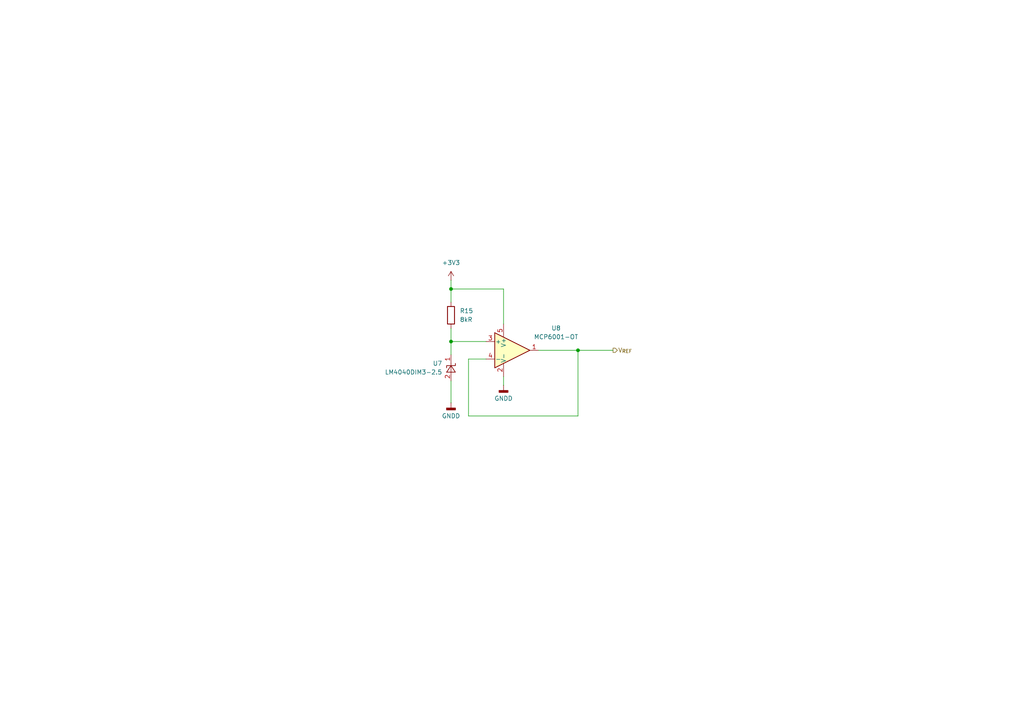
<source format=kicad_sch>
(kicad_sch
	(version 20250114)
	(generator "eeschema")
	(generator_version "9.0")
	(uuid "5d408790-206b-4ab7-9f27-191e61f74597")
	(paper "A4")
	(title_block
		(title "Voltage Reference for ADC")
		(date "2025-04-24")
		(rev "0.2.1")
		(company "Cezar-Octavian Bontaș")
	)
	(lib_symbols
		(symbol "Amplifier_Operational:MCP6001-OT"
			(pin_names
				(offset 0.127)
			)
			(exclude_from_sim no)
			(in_bom yes)
			(on_board yes)
			(property "Reference" "U"
				(at -1.27 6.35 0)
				(effects
					(font
						(size 1.27 1.27)
					)
					(justify left)
				)
			)
			(property "Value" "MCP6001-OT"
				(at -1.27 3.81 0)
				(effects
					(font
						(size 1.27 1.27)
					)
					(justify left)
				)
			)
			(property "Footprint" "Package_TO_SOT_SMD:SOT-23-5"
				(at -2.54 -5.08 0)
				(effects
					(font
						(size 1.27 1.27)
					)
					(justify left)
					(hide yes)
				)
			)
			(property "Datasheet" "https://ww1.microchip.com/downloads/en/DeviceDoc/MCP6001-1R-1U-2-4-1-MHz-Low-Power-Op-Amp-DS20001733L.pdf"
				(at 0 5.08 0)
				(effects
					(font
						(size 1.27 1.27)
					)
					(hide yes)
				)
			)
			(property "Description" "1MHz, Low-Power Op Amp, SOT-23-5"
				(at 0 0 0)
				(effects
					(font
						(size 1.27 1.27)
					)
					(hide yes)
				)
			)
			(property "ki_keywords" "single opamp"
				(at 0 0 0)
				(effects
					(font
						(size 1.27 1.27)
					)
					(hide yes)
				)
			)
			(property "ki_fp_filters" "SOT?23*"
				(at 0 0 0)
				(effects
					(font
						(size 1.27 1.27)
					)
					(hide yes)
				)
			)
			(symbol "MCP6001-OT_0_1"
				(polyline
					(pts
						(xy -5.08 5.08) (xy 5.08 0) (xy -5.08 -5.08) (xy -5.08 5.08)
					)
					(stroke
						(width 0.254)
						(type default)
					)
					(fill
						(type background)
					)
				)
				(pin power_in line
					(at -2.54 7.62 270)
					(length 3.81)
					(name "V+"
						(effects
							(font
								(size 1.27 1.27)
							)
						)
					)
					(number "5"
						(effects
							(font
								(size 1.27 1.27)
							)
						)
					)
				)
				(pin power_in line
					(at -2.54 -7.62 90)
					(length 3.81)
					(name "V-"
						(effects
							(font
								(size 1.27 1.27)
							)
						)
					)
					(number "2"
						(effects
							(font
								(size 1.27 1.27)
							)
						)
					)
				)
			)
			(symbol "MCP6001-OT_1_1"
				(pin input line
					(at -7.62 2.54 0)
					(length 2.54)
					(name "+"
						(effects
							(font
								(size 1.27 1.27)
							)
						)
					)
					(number "3"
						(effects
							(font
								(size 1.27 1.27)
							)
						)
					)
				)
				(pin input line
					(at -7.62 -2.54 0)
					(length 2.54)
					(name "-"
						(effects
							(font
								(size 1.27 1.27)
							)
						)
					)
					(number "4"
						(effects
							(font
								(size 1.27 1.27)
							)
						)
					)
				)
				(pin output line
					(at 7.62 0 180)
					(length 2.54)
					(name "~"
						(effects
							(font
								(size 1.27 1.27)
							)
						)
					)
					(number "1"
						(effects
							(font
								(size 1.27 1.27)
							)
						)
					)
				)
			)
			(embedded_fonts no)
		)
		(symbol "Device:R"
			(pin_numbers
				(hide yes)
			)
			(pin_names
				(offset 0)
			)
			(exclude_from_sim no)
			(in_bom yes)
			(on_board yes)
			(property "Reference" "R"
				(at 2.032 0 90)
				(effects
					(font
						(size 1.27 1.27)
					)
				)
			)
			(property "Value" "R"
				(at 0 0 90)
				(effects
					(font
						(size 1.27 1.27)
					)
				)
			)
			(property "Footprint" ""
				(at -1.778 0 90)
				(effects
					(font
						(size 1.27 1.27)
					)
					(hide yes)
				)
			)
			(property "Datasheet" "~"
				(at 0 0 0)
				(effects
					(font
						(size 1.27 1.27)
					)
					(hide yes)
				)
			)
			(property "Description" "Resistor"
				(at 0 0 0)
				(effects
					(font
						(size 1.27 1.27)
					)
					(hide yes)
				)
			)
			(property "ki_keywords" "R res resistor"
				(at 0 0 0)
				(effects
					(font
						(size 1.27 1.27)
					)
					(hide yes)
				)
			)
			(property "ki_fp_filters" "R_*"
				(at 0 0 0)
				(effects
					(font
						(size 1.27 1.27)
					)
					(hide yes)
				)
			)
			(symbol "R_0_1"
				(rectangle
					(start -1.016 -2.54)
					(end 1.016 2.54)
					(stroke
						(width 0.254)
						(type default)
					)
					(fill
						(type none)
					)
				)
			)
			(symbol "R_1_1"
				(pin passive line
					(at 0 3.81 270)
					(length 1.27)
					(name "~"
						(effects
							(font
								(size 1.27 1.27)
							)
						)
					)
					(number "1"
						(effects
							(font
								(size 1.27 1.27)
							)
						)
					)
				)
				(pin passive line
					(at 0 -3.81 90)
					(length 1.27)
					(name "~"
						(effects
							(font
								(size 1.27 1.27)
							)
						)
					)
					(number "2"
						(effects
							(font
								(size 1.27 1.27)
							)
						)
					)
				)
			)
			(embedded_fonts no)
		)
		(symbol "Reference_Voltage:LM4040DBZ-2.5"
			(pin_names
				(offset 0.0254)
				(hide yes)
			)
			(exclude_from_sim no)
			(in_bom yes)
			(on_board yes)
			(property "Reference" "U"
				(at 0 2.54 0)
				(effects
					(font
						(size 1.27 1.27)
					)
				)
			)
			(property "Value" "LM4040DBZ-2.5"
				(at 0 -3.175 0)
				(effects
					(font
						(size 1.27 1.27)
					)
				)
			)
			(property "Footprint" "Package_TO_SOT_SMD:SOT-23"
				(at 0 -5.08 0)
				(effects
					(font
						(size 1.27 1.27)
						(italic yes)
					)
					(hide yes)
				)
			)
			(property "Datasheet" "http://www.ti.com/lit/ds/symlink/lm4040-n.pdf"
				(at 0 0 0)
				(effects
					(font
						(size 1.27 1.27)
						(italic yes)
					)
					(hide yes)
				)
			)
			(property "Description" "2.500V Precision Micropower Shunt Voltage Reference, SOT-23"
				(at 0 0 0)
				(effects
					(font
						(size 1.27 1.27)
					)
					(hide yes)
				)
			)
			(property "ki_keywords" "diode device voltage reference shunt"
				(at 0 0 0)
				(effects
					(font
						(size 1.27 1.27)
					)
					(hide yes)
				)
			)
			(property "ki_fp_filters" "SOT?23*"
				(at 0 0 0)
				(effects
					(font
						(size 1.27 1.27)
					)
					(hide yes)
				)
			)
			(symbol "LM4040DBZ-2.5_0_1"
				(polyline
					(pts
						(xy -1.27 0) (xy 0 0) (xy 1.27 0)
					)
					(stroke
						(width 0)
						(type default)
					)
					(fill
						(type none)
					)
				)
				(polyline
					(pts
						(xy -1.27 -1.27) (xy 0.635 0) (xy -1.27 1.27) (xy -1.27 -1.27)
					)
					(stroke
						(width 0.2032)
						(type default)
					)
					(fill
						(type none)
					)
				)
				(polyline
					(pts
						(xy 0 -1.27) (xy 0.635 -1.27) (xy 0.635 1.27) (xy 1.27 1.27)
					)
					(stroke
						(width 0.2032)
						(type default)
					)
					(fill
						(type none)
					)
				)
			)
			(symbol "LM4040DBZ-2.5_1_1"
				(pin passive line
					(at -3.81 0 0)
					(length 2.54)
					(name "A"
						(effects
							(font
								(size 1.27 1.27)
							)
						)
					)
					(number "2"
						(effects
							(font
								(size 1.27 1.27)
							)
						)
					)
				)
				(pin no_connect line
					(at -1.27 0 0)
					(length 2.54)
					(hide yes)
					(name "NC"
						(effects
							(font
								(size 1.27 1.27)
							)
						)
					)
					(number "3"
						(effects
							(font
								(size 1.27 1.27)
							)
						)
					)
				)
				(pin passive line
					(at 3.81 0 180)
					(length 2.54)
					(name "K"
						(effects
							(font
								(size 1.27 1.27)
							)
						)
					)
					(number "1"
						(effects
							(font
								(size 1.27 1.27)
							)
						)
					)
				)
			)
			(embedded_fonts no)
		)
		(symbol "power:+3V3"
			(power)
			(pin_numbers
				(hide yes)
			)
			(pin_names
				(offset 0)
				(hide yes)
			)
			(exclude_from_sim no)
			(in_bom yes)
			(on_board yes)
			(property "Reference" "#PWR"
				(at 0 -3.81 0)
				(effects
					(font
						(size 1.27 1.27)
					)
					(hide yes)
				)
			)
			(property "Value" "+3V3"
				(at 0 3.556 0)
				(effects
					(font
						(size 1.27 1.27)
					)
				)
			)
			(property "Footprint" ""
				(at 0 0 0)
				(effects
					(font
						(size 1.27 1.27)
					)
					(hide yes)
				)
			)
			(property "Datasheet" ""
				(at 0 0 0)
				(effects
					(font
						(size 1.27 1.27)
					)
					(hide yes)
				)
			)
			(property "Description" "Power symbol creates a global label with name \"+3V3\""
				(at 0 0 0)
				(effects
					(font
						(size 1.27 1.27)
					)
					(hide yes)
				)
			)
			(property "ki_keywords" "global power"
				(at 0 0 0)
				(effects
					(font
						(size 1.27 1.27)
					)
					(hide yes)
				)
			)
			(symbol "+3V3_0_1"
				(polyline
					(pts
						(xy -0.762 1.27) (xy 0 2.54)
					)
					(stroke
						(width 0)
						(type default)
					)
					(fill
						(type none)
					)
				)
				(polyline
					(pts
						(xy 0 2.54) (xy 0.762 1.27)
					)
					(stroke
						(width 0)
						(type default)
					)
					(fill
						(type none)
					)
				)
				(polyline
					(pts
						(xy 0 0) (xy 0 2.54)
					)
					(stroke
						(width 0)
						(type default)
					)
					(fill
						(type none)
					)
				)
			)
			(symbol "+3V3_1_1"
				(pin power_in line
					(at 0 0 90)
					(length 0)
					(name "~"
						(effects
							(font
								(size 1.27 1.27)
							)
						)
					)
					(number "1"
						(effects
							(font
								(size 1.27 1.27)
							)
						)
					)
				)
			)
			(embedded_fonts no)
		)
		(symbol "power:GNDD"
			(power)
			(pin_numbers
				(hide yes)
			)
			(pin_names
				(offset 0)
				(hide yes)
			)
			(exclude_from_sim no)
			(in_bom yes)
			(on_board yes)
			(property "Reference" "#PWR"
				(at 0 -6.35 0)
				(effects
					(font
						(size 1.27 1.27)
					)
					(hide yes)
				)
			)
			(property "Value" "GNDD"
				(at 0 -3.175 0)
				(effects
					(font
						(size 1.27 1.27)
					)
				)
			)
			(property "Footprint" ""
				(at 0 0 0)
				(effects
					(font
						(size 1.27 1.27)
					)
					(hide yes)
				)
			)
			(property "Datasheet" ""
				(at 0 0 0)
				(effects
					(font
						(size 1.27 1.27)
					)
					(hide yes)
				)
			)
			(property "Description" "Power symbol creates a global label with name \"GNDD\" , digital ground"
				(at 0 0 0)
				(effects
					(font
						(size 1.27 1.27)
					)
					(hide yes)
				)
			)
			(property "ki_keywords" "global power"
				(at 0 0 0)
				(effects
					(font
						(size 1.27 1.27)
					)
					(hide yes)
				)
			)
			(symbol "GNDD_0_1"
				(rectangle
					(start -1.27 -1.524)
					(end 1.27 -2.032)
					(stroke
						(width 0.254)
						(type default)
					)
					(fill
						(type outline)
					)
				)
				(polyline
					(pts
						(xy 0 0) (xy 0 -1.524)
					)
					(stroke
						(width 0)
						(type default)
					)
					(fill
						(type none)
					)
				)
			)
			(symbol "GNDD_1_1"
				(pin power_in line
					(at 0 0 270)
					(length 0)
					(name "~"
						(effects
							(font
								(size 1.27 1.27)
							)
						)
					)
					(number "1"
						(effects
							(font
								(size 1.27 1.27)
							)
						)
					)
				)
			)
			(embedded_fonts no)
		)
	)
	(junction
		(at 130.81 83.82)
		(diameter 0)
		(color 0 0 0 0)
		(uuid "0d62f2c2-d6f1-4aa9-85bc-45f0e85e60d4")
	)
	(junction
		(at 167.64 101.6)
		(diameter 0)
		(color 0 0 0 0)
		(uuid "1668db8f-d628-48b8-b31c-3c0b8b4d657a")
	)
	(junction
		(at 130.81 99.06)
		(diameter 0)
		(color 0 0 0 0)
		(uuid "5ee9bbb4-56fd-4d2f-bce0-2d2ffee2c73d")
	)
	(wire
		(pts
			(xy 167.64 120.65) (xy 167.64 101.6)
		)
		(stroke
			(width 0)
			(type default)
		)
		(uuid "0268decb-d065-45b4-a00c-c091adebd839")
	)
	(wire
		(pts
			(xy 130.81 81.28) (xy 130.81 83.82)
		)
		(stroke
			(width 0)
			(type default)
		)
		(uuid "07e1bbcf-32fb-4f35-815b-1ded1e5dfd30")
	)
	(wire
		(pts
			(xy 130.81 83.82) (xy 130.81 87.63)
		)
		(stroke
			(width 0)
			(type default)
		)
		(uuid "0d39df99-b7b4-49d3-8fda-13015bec334b")
	)
	(wire
		(pts
			(xy 135.89 104.14) (xy 135.89 120.65)
		)
		(stroke
			(width 0)
			(type default)
		)
		(uuid "1261ef90-872d-468e-bebe-94235dde048d")
	)
	(wire
		(pts
			(xy 130.81 99.06) (xy 130.81 102.87)
		)
		(stroke
			(width 0)
			(type default)
		)
		(uuid "2ab0de6b-f7bb-48c2-9019-66f971631b72")
	)
	(wire
		(pts
			(xy 135.89 120.65) (xy 167.64 120.65)
		)
		(stroke
			(width 0)
			(type default)
		)
		(uuid "40a6a447-dade-4301-bc66-945611b34e0b")
	)
	(wire
		(pts
			(xy 140.97 104.14) (xy 135.89 104.14)
		)
		(stroke
			(width 0)
			(type default)
		)
		(uuid "51ef6cb4-7389-4191-9f8a-b8f39842e8ea")
	)
	(wire
		(pts
			(xy 146.05 109.22) (xy 146.05 111.76)
		)
		(stroke
			(width 0)
			(type default)
		)
		(uuid "718a3c0a-860c-4376-aea3-bc05cec36594")
	)
	(wire
		(pts
			(xy 156.21 101.6) (xy 167.64 101.6)
		)
		(stroke
			(width 0)
			(type default)
		)
		(uuid "887c8478-ab90-435d-b295-8c0031ed8c91")
	)
	(wire
		(pts
			(xy 130.81 95.25) (xy 130.81 99.06)
		)
		(stroke
			(width 0)
			(type default)
		)
		(uuid "a640b244-af3e-44bd-b366-351c0111f7a4")
	)
	(wire
		(pts
			(xy 167.64 101.6) (xy 177.8 101.6)
		)
		(stroke
			(width 0)
			(type default)
		)
		(uuid "b39335e7-c90a-4f7c-b348-203209fa3d1a")
	)
	(wire
		(pts
			(xy 130.81 99.06) (xy 140.97 99.06)
		)
		(stroke
			(width 0)
			(type default)
		)
		(uuid "bccf4e20-94f5-4052-ac9d-8bac3742e134")
	)
	(wire
		(pts
			(xy 146.05 83.82) (xy 130.81 83.82)
		)
		(stroke
			(width 0)
			(type default)
		)
		(uuid "d6e07e5d-382d-4ab0-9358-897e01c241fa")
	)
	(wire
		(pts
			(xy 130.81 110.49) (xy 130.81 116.84)
		)
		(stroke
			(width 0)
			(type default)
		)
		(uuid "d79f8c85-c5ed-4608-9d18-ff2e921f5451")
	)
	(wire
		(pts
			(xy 146.05 93.98) (xy 146.05 83.82)
		)
		(stroke
			(width 0)
			(type default)
		)
		(uuid "ecfc016a-6ffe-4c3a-9b6c-ce1e4336fc5f")
	)
	(hierarchical_label "V_{REF}"
		(shape output)
		(at 177.8 101.6 0)
		(effects
			(font
				(size 1.27 1.27)
			)
			(justify left)
		)
		(uuid "eeb79d70-6ae6-457f-98ab-7ad7123ac470")
	)
	(symbol
		(lib_id "Device:R")
		(at 130.81 91.44 0)
		(unit 1)
		(exclude_from_sim no)
		(in_bom yes)
		(on_board yes)
		(dnp no)
		(fields_autoplaced yes)
		(uuid "185bb3ed-fa7a-4f7d-9fc3-8d8fa3c2eebe")
		(property "Reference" "R15"
			(at 133.35 90.1699 0)
			(effects
				(font
					(size 1.27 1.27)
				)
				(justify left)
			)
		)
		(property "Value" "8kR"
			(at 133.35 92.7099 0)
			(effects
				(font
					(size 1.27 1.27)
				)
				(justify left)
			)
		)
		(property "Footprint" "Resistor_SMD:R_0603_1608Metric"
			(at 129.032 91.44 90)
			(effects
				(font
					(size 1.27 1.27)
				)
				(hide yes)
			)
		)
		(property "Datasheet" "https://www.yageo.com/upload/media/product/app/datasheet/rchip/pyu-rt_1-to-0.01_rohs_l.pdf"
			(at 130.81 91.44 0)
			(effects
				(font
					(size 1.27 1.27)
				)
				(hide yes)
			)
		)
		(property "Description" "Resistor"
			(at 130.81 91.44 0)
			(effects
				(font
					(size 1.27 1.27)
				)
				(hide yes)
			)
		)
		(property "ComponentLink1URL" ""
			(at 130.81 91.44 0)
			(effects
				(font
					(size 1.27 1.27)
				)
			)
		)
		(property "ComponentLink2URL" "https://ro.farnell.com/yageo/rt0603bre078kl/res-8k-0-1-0-1w-thin-film-0603/dp/4148462"
			(at 130.81 91.44 0)
			(effects
				(font
					(size 1.27 1.27)
				)
				(hide yes)
			)
		)
		(pin "1"
			(uuid "95f4e318-7c2e-45eb-8371-25b5eab93776")
		)
		(pin "2"
			(uuid "cdcc4097-97c3-4af2-a105-9f15c697c614")
		)
		(instances
			(project ""
				(path "/c5b733d3-d844-4c5a-a928-539beea9cfbc/90c221cd-190b-40ed-a0a1-3abc1d4db536"
					(reference "R15")
					(unit 1)
				)
			)
		)
	)
	(symbol
		(lib_id "power:+3V3")
		(at 130.81 81.28 0)
		(unit 1)
		(exclude_from_sim no)
		(in_bom yes)
		(on_board yes)
		(dnp no)
		(fields_autoplaced yes)
		(uuid "1e41b4d7-73ad-41eb-99b4-b55f57b632fd")
		(property "Reference" "#PWR025"
			(at 130.81 85.09 0)
			(effects
				(font
					(size 1.27 1.27)
				)
				(hide yes)
			)
		)
		(property "Value" "+3V3"
			(at 130.81 76.2 0)
			(effects
				(font
					(size 1.27 1.27)
				)
			)
		)
		(property "Footprint" ""
			(at 130.81 81.28 0)
			(effects
				(font
					(size 1.27 1.27)
				)
				(hide yes)
			)
		)
		(property "Datasheet" ""
			(at 130.81 81.28 0)
			(effects
				(font
					(size 1.27 1.27)
				)
				(hide yes)
			)
		)
		(property "Description" "Power symbol creates a global label with name \"+3V3\""
			(at 130.81 81.28 0)
			(effects
				(font
					(size 1.27 1.27)
				)
				(hide yes)
			)
		)
		(pin "1"
			(uuid "7dd582cd-5b81-4890-80ad-dd8ad58e356c")
		)
		(instances
			(project ""
				(path "/c5b733d3-d844-4c5a-a928-539beea9cfbc/90c221cd-190b-40ed-a0a1-3abc1d4db536"
					(reference "#PWR025")
					(unit 1)
				)
			)
		)
	)
	(symbol
		(lib_id "power:GNDD")
		(at 146.05 111.76 0)
		(unit 1)
		(exclude_from_sim no)
		(in_bom yes)
		(on_board yes)
		(dnp no)
		(fields_autoplaced yes)
		(uuid "2ddc73f1-e4a3-499c-9179-a2215875a9e3")
		(property "Reference" "#PWR027"
			(at 146.05 118.11 0)
			(effects
				(font
					(size 1.27 1.27)
				)
				(hide yes)
			)
		)
		(property "Value" "GNDD"
			(at 146.05 115.57 0)
			(effects
				(font
					(size 1.27 1.27)
				)
			)
		)
		(property "Footprint" ""
			(at 146.05 111.76 0)
			(effects
				(font
					(size 1.27 1.27)
				)
				(hide yes)
			)
		)
		(property "Datasheet" ""
			(at 146.05 111.76 0)
			(effects
				(font
					(size 1.27 1.27)
				)
				(hide yes)
			)
		)
		(property "Description" "Power symbol creates a global label with name \"GNDD\" , digital ground"
			(at 146.05 111.76 0)
			(effects
				(font
					(size 1.27 1.27)
				)
				(hide yes)
			)
		)
		(pin "1"
			(uuid "ea9a8352-4e4a-4383-af9e-88f8455c2031")
		)
		(instances
			(project "sol_inv"
				(path "/c5b733d3-d844-4c5a-a928-539beea9cfbc/90c221cd-190b-40ed-a0a1-3abc1d4db536"
					(reference "#PWR027")
					(unit 1)
				)
			)
		)
	)
	(symbol
		(lib_id "power:GNDD")
		(at 130.81 116.84 0)
		(unit 1)
		(exclude_from_sim no)
		(in_bom yes)
		(on_board yes)
		(dnp no)
		(fields_autoplaced yes)
		(uuid "50de6940-c71a-4343-b063-70130e4f7550")
		(property "Reference" "#PWR026"
			(at 130.81 123.19 0)
			(effects
				(font
					(size 1.27 1.27)
				)
				(hide yes)
			)
		)
		(property "Value" "GNDD"
			(at 130.81 120.65 0)
			(effects
				(font
					(size 1.27 1.27)
				)
			)
		)
		(property "Footprint" ""
			(at 130.81 116.84 0)
			(effects
				(font
					(size 1.27 1.27)
				)
				(hide yes)
			)
		)
		(property "Datasheet" ""
			(at 130.81 116.84 0)
			(effects
				(font
					(size 1.27 1.27)
				)
				(hide yes)
			)
		)
		(property "Description" "Power symbol creates a global label with name \"GNDD\" , digital ground"
			(at 130.81 116.84 0)
			(effects
				(font
					(size 1.27 1.27)
				)
				(hide yes)
			)
		)
		(pin "1"
			(uuid "21cdf679-b817-44c2-8f03-59e1dc9b2e57")
		)
		(instances
			(project "sol_inv"
				(path "/c5b733d3-d844-4c5a-a928-539beea9cfbc/90c221cd-190b-40ed-a0a1-3abc1d4db536"
					(reference "#PWR026")
					(unit 1)
				)
			)
		)
	)
	(symbol
		(lib_id "Reference_Voltage:LM4040DBZ-2.5")
		(at 130.81 106.68 270)
		(mirror x)
		(unit 1)
		(exclude_from_sim no)
		(in_bom yes)
		(on_board yes)
		(dnp no)
		(uuid "bbcde6c5-9eea-4566-8227-bb60f50c1e50")
		(property "Reference" "U7"
			(at 128.27 105.4099 90)
			(effects
				(font
					(size 1.27 1.27)
				)
				(justify right)
			)
		)
		(property "Value" "LM4040DIM3-2.5"
			(at 128.27 107.9499 90)
			(effects
				(font
					(size 1.27 1.27)
				)
				(justify right)
			)
		)
		(property "Footprint" "Package_TO_SOT_SMD:SOT-23-3"
			(at 125.73 106.68 0)
			(effects
				(font
					(size 1.27 1.27)
					(italic yes)
				)
				(hide yes)
			)
		)
		(property "Datasheet" "http://www.ti.com/lit/ds/symlink/lm4040-n.pdf"
			(at 130.81 106.68 0)
			(effects
				(font
					(size 1.27 1.27)
					(italic yes)
				)
				(hide yes)
			)
		)
		(property "Description" "2.500V Precision Micropower Shunt Voltage Reference, SOT-23"
			(at 130.81 106.68 0)
			(effects
				(font
					(size 1.27 1.27)
				)
				(hide yes)
			)
		)
		(property "ComponentLink1URL" ""
			(at 130.81 106.68 0)
			(effects
				(font
					(size 1.27 1.27)
				)
			)
		)
		(property "ComponentLink2URL" "https://ro.farnell.com/texas-instruments/lm4040dim3-2-5-nopb/volt-ref-shunt-2-5v-sot-23/dp/3009222"
			(at 130.81 106.68 0)
			(effects
				(font
					(size 1.27 1.27)
				)
				(hide yes)
			)
		)
		(pin "2"
			(uuid "71e66e4a-c113-46f2-823c-90f763b54feb")
		)
		(pin "1"
			(uuid "87caecb6-432a-4f10-8e21-eb385f31856b")
		)
		(pin "3"
			(uuid "de693f8f-ddc4-4f9e-8b01-cdf0f1b71f61")
		)
		(instances
			(project ""
				(path "/c5b733d3-d844-4c5a-a928-539beea9cfbc/90c221cd-190b-40ed-a0a1-3abc1d4db536"
					(reference "U7")
					(unit 1)
				)
			)
		)
	)
	(symbol
		(lib_id "Amplifier_Operational:MCP6001-OT")
		(at 148.59 101.6 0)
		(unit 1)
		(exclude_from_sim no)
		(in_bom yes)
		(on_board yes)
		(dnp no)
		(fields_autoplaced yes)
		(uuid "c78eb95a-373d-40f7-bfc6-b8b362b9b068")
		(property "Reference" "U8"
			(at 161.29 95.1798 0)
			(effects
				(font
					(size 1.27 1.27)
				)
			)
		)
		(property "Value" "MCP6001-OT"
			(at 161.29 97.7198 0)
			(effects
				(font
					(size 1.27 1.27)
				)
			)
		)
		(property "Footprint" "Package_TO_SOT_SMD:SOT-23-5"
			(at 146.05 106.68 0)
			(effects
				(font
					(size 1.27 1.27)
				)
				(justify left)
				(hide yes)
			)
		)
		(property "Datasheet" "https://ww1.microchip.com/downloads/en/DeviceDoc/MCP6001-1R-1U-2-4-1-MHz-Low-Power-Op-Amp-DS20001733L.pdf"
			(at 148.59 96.52 0)
			(effects
				(font
					(size 1.27 1.27)
				)
				(hide yes)
			)
		)
		(property "Description" "1MHz, Low-Power Op Amp, SOT-23-5"
			(at 148.59 101.6 0)
			(effects
				(font
					(size 1.27 1.27)
				)
				(hide yes)
			)
		)
		(property "ComponentLink1URL" ""
			(at 148.59 101.6 0)
			(effects
				(font
					(size 1.27 1.27)
				)
			)
		)
		(property "ComponentLink2URL" "https://ro.mouser.com/ProductDetail/Microchip-Technology/MCP6001T-I-OT?qs=Q%2Fw7XRh99iki9dglS7IqJg%3D%3D"
			(at 148.59 101.6 0)
			(effects
				(font
					(size 1.27 1.27)
				)
				(hide yes)
			)
		)
		(pin "1"
			(uuid "d2b43969-aa18-41e6-b057-02b7fb6a1205")
		)
		(pin "5"
			(uuid "03e47d76-9395-4d40-be7f-1579442a11fb")
		)
		(pin "2"
			(uuid "64378649-2d83-4f40-9260-0f585fd6f289")
		)
		(pin "3"
			(uuid "80d13613-40f4-4dff-9399-31594bbb6043")
		)
		(pin "4"
			(uuid "c4ad16e0-c045-495f-80e9-4f98222987af")
		)
		(instances
			(project ""
				(path "/c5b733d3-d844-4c5a-a928-539beea9cfbc/90c221cd-190b-40ed-a0a1-3abc1d4db536"
					(reference "U8")
					(unit 1)
				)
			)
		)
	)
)

</source>
